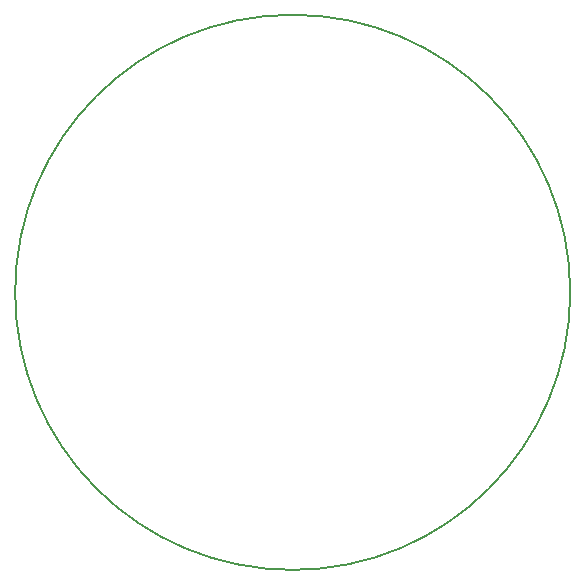
<source format=gbr>
G04 #@! TF.GenerationSoftware,KiCad,Pcbnew,(5.1.0)-1*
G04 #@! TF.CreationDate,2019-06-21T14:44:27-03:00*
G04 #@! TF.ProjectId,PCB_D,5043425f-442e-46b6-9963-61645f706362,rev?*
G04 #@! TF.SameCoordinates,Original*
G04 #@! TF.FileFunction,Profile,NP*
%FSLAX46Y46*%
G04 Gerber Fmt 4.6, Leading zero omitted, Abs format (unit mm)*
G04 Created by KiCad (PCBNEW (5.1.0)-1) date 2019-06-21 14:44:27*
%MOMM*%
%LPD*%
G04 APERTURE LIST*
%ADD10C,0.200000*%
G04 APERTURE END LIST*
D10*
X23500000Y0D02*
G75*
G03X23500000Y0I-23500000J0D01*
G01*
M02*

</source>
